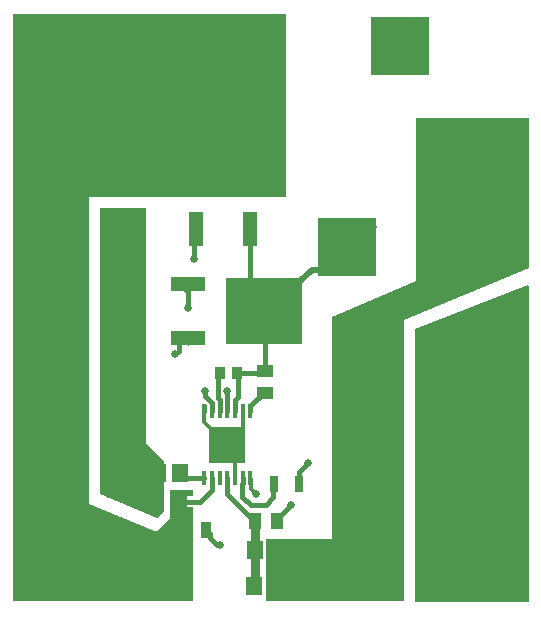
<source format=gtl>
G04*
G04 #@! TF.GenerationSoftware,Altium Limited,Altium Designer,20.1.14 (287)*
G04*
G04 Layer_Physical_Order=1*
G04 Layer_Color=255*
%FSLAX25Y25*%
%MOIN*%
G70*
G04*
G04 #@! TF.SameCoordinates,EDB217C5-CD14-42A3-A981-AABFE87B0B62*
G04*
G04*
G04 #@! TF.FilePolarity,Positive*
G04*
G01*
G75*
%ADD12C,0.01000*%
%ADD14R,0.19685X0.19685*%
%ADD15R,0.21850X0.25591*%
%ADD16R,0.04921X0.11221*%
%ADD17R,0.05512X0.05906*%
%ADD18R,0.05315X0.06102*%
%ADD19R,0.03740X0.04134*%
%ADD20R,0.05709X0.04134*%
%ADD21R,0.13976X0.05709*%
%ADD22R,0.11221X0.04921*%
%ADD23R,0.25591X0.21850*%
%ADD24R,0.02977X0.05733*%
%ADD25R,0.04134X0.05709*%
%ADD26R,0.03740X0.05315*%
G04:AMPARAMS|DCode=27|XSize=118.11mil|YSize=122.05mil|CornerRadius=1.77mil|HoleSize=0mil|Usage=FLASHONLY|Rotation=90.000|XOffset=0mil|YOffset=0mil|HoleType=Round|Shape=RoundedRectangle|*
%AMROUNDEDRECTD27*
21,1,0.11811,0.11850,0,0,90.0*
21,1,0.11457,0.12205,0,0,90.0*
1,1,0.00354,0.05925,0.05728*
1,1,0.00354,0.05925,-0.05728*
1,1,0.00354,-0.05925,-0.05728*
1,1,0.00354,-0.05925,0.05728*
%
%ADD27ROUNDEDRECTD27*%
%ADD28R,0.02953X0.10236*%
%ADD29R,0.10236X0.02953*%
G04:AMPARAMS|DCode=30|XSize=15.75mil|YSize=47.24mil|CornerRadius=1.97mil|HoleSize=0mil|Usage=FLASHONLY|Rotation=180.000|XOffset=0mil|YOffset=0mil|HoleType=Round|Shape=RoundedRectangle|*
%AMROUNDEDRECTD30*
21,1,0.01575,0.04331,0,0,180.0*
21,1,0.01181,0.04724,0,0,180.0*
1,1,0.00394,-0.00591,0.02165*
1,1,0.00394,0.00591,0.02165*
1,1,0.00394,0.00591,-0.02165*
1,1,0.00394,-0.00591,-0.02165*
%
%ADD30ROUNDEDRECTD30*%
%ADD51C,0.01500*%
%ADD52C,0.03000*%
%ADD53C,0.01200*%
%ADD54C,0.02000*%
%ADD55C,0.01600*%
%ADD56C,0.11000*%
%ADD57C,0.02500*%
%ADD58C,0.03000*%
%ADD59C,0.01575*%
G36*
X270000Y307500D02*
X204500Y307500D01*
X204500Y205419D01*
X227000Y196000D01*
X231500Y200500D01*
Y210000D01*
X239000D01*
Y207835D01*
X234437D01*
X233735Y207696D01*
X233139Y207298D01*
X232741Y206702D01*
X232602Y206000D01*
X232741Y205298D01*
X233139Y204702D01*
X233735Y204304D01*
X234437Y204165D01*
X239000D01*
X239000Y173000D01*
X179039Y173000D01*
X179039Y368461D01*
X270000D01*
X270000Y307500D01*
D02*
G37*
G36*
X223500Y225500D02*
X229500Y219500D01*
X229500Y203000D01*
X227205Y200705D01*
X208000Y208755D01*
X208000Y304000D01*
X223500Y304000D01*
X223500Y225500D01*
D02*
G37*
G36*
X351000Y334000D02*
Y284012D01*
X309250Y266512D01*
X309250Y173000D01*
X263500Y173000D01*
X263500Y193500D01*
X285250Y193500D01*
X285250Y267447D01*
X313500Y279447D01*
X313500Y334000D01*
X351000Y334000D01*
D02*
G37*
G36*
X351000Y278056D02*
X351000Y172500D01*
X313000Y172500D01*
X313000Y263500D01*
X350587Y278337D01*
X351000Y278056D01*
D02*
G37*
D12*
X259858Y199142D02*
Y199500D01*
X259500Y178000D02*
X259858Y178358D01*
X268709Y201854D02*
X268709D01*
X271642Y204787D02*
Y205000D01*
X267142Y199500D02*
Y200287D01*
X258500Y179000D02*
X259500Y178000D01*
X239500Y296500D02*
X240000Y297000D01*
X262500Y249000D02*
X263000Y249500D01*
X237303Y258524D02*
Y259909D01*
X258177Y213779D02*
X258339Y213618D01*
X253709Y250500D02*
X254209Y250000D01*
X250303Y225000D02*
X250500D01*
X253059Y222441D01*
X253453Y227953D02*
X255618Y230118D01*
X250500Y225000D02*
X253453Y227953D01*
X233953Y215142D02*
Y215500D01*
D14*
X290283Y291035D02*
D03*
X325716D02*
D03*
X308000Y357965D02*
D03*
D15*
X248976Y322197D02*
D03*
D16*
X240000Y297000D02*
D03*
X257953D02*
D03*
D17*
X234740Y215500D02*
D03*
X227260D02*
D03*
D18*
X259500Y178000D02*
D03*
X267374D02*
D03*
X267339Y190000D02*
D03*
X259661D02*
D03*
X234437Y206000D02*
D03*
X226563D02*
D03*
D19*
X253709Y249000D02*
D03*
X248000D02*
D03*
D20*
X263000Y249500D02*
D03*
Y242216D02*
D03*
D21*
X325740Y194000D02*
D03*
X293260D02*
D03*
D22*
X237500Y260547D02*
D03*
Y278500D02*
D03*
D23*
X262697Y269524D02*
D03*
D24*
X266000Y212000D02*
D03*
X274465D02*
D03*
D25*
X259858Y199500D02*
D03*
X267142D02*
D03*
D26*
X243500Y196500D02*
D03*
X237398D02*
D03*
D27*
X250500Y225000D02*
D03*
D28*
X197996Y233000D02*
D03*
X210004D02*
D03*
X197996Y219500D02*
D03*
X210004D02*
D03*
D29*
X215500Y196496D02*
D03*
Y208504D02*
D03*
D30*
X255618Y236221D02*
D03*
X258177D02*
D03*
X253059D02*
D03*
X250500D02*
D03*
X247941D02*
D03*
X258177Y213779D02*
D03*
X255618D02*
D03*
X253059D02*
D03*
X250500D02*
D03*
X247941D02*
D03*
X245382Y236221D02*
D03*
X242823D02*
D03*
X245382Y213779D02*
D03*
X242823D02*
D03*
D51*
X259858Y199142D02*
X260000Y199000D01*
X250500Y208500D02*
X259858Y199142D01*
X268709Y201854D02*
X271642Y204787D01*
X267142Y200287D02*
X268709Y201854D01*
X265750Y211750D02*
X266000Y212000D01*
X265750Y207477D02*
Y211750D01*
X263250Y204977D02*
X265750Y207477D01*
X258250Y204977D02*
X263250D01*
X255618Y212205D02*
Y213779D01*
X255500Y207727D02*
X258250Y204977D01*
X255500Y207727D02*
Y212087D01*
X255618Y212205D01*
X250500Y208500D02*
Y213779D01*
X247000Y191500D02*
X248000D01*
X244620Y193880D02*
X247000Y191500D01*
X244620Y193880D02*
Y195380D01*
X243500Y196500D02*
X244620Y195380D01*
X250500Y236221D02*
Y243000D01*
X243000Y241411D02*
Y243000D01*
Y241411D02*
X245344Y239067D01*
Y236258D02*
Y239067D01*
X247250Y240654D02*
X247941Y239963D01*
X247250Y240654D02*
Y248000D01*
X247941Y236221D02*
Y239963D01*
X245344Y236258D02*
X245382Y236221D01*
X239500Y287000D02*
Y296500D01*
X263000Y249500D02*
Y269827D01*
X258000Y274220D02*
Y297000D01*
X253709Y249000D02*
X262500D01*
X258177Y237795D02*
X263441Y243059D01*
X233212Y255212D02*
X234424Y256424D01*
X274465Y215965D02*
X277500Y219000D01*
X274465Y212000D02*
Y215965D01*
X234424Y256424D02*
Y258887D01*
X237500Y270500D02*
Y275818D01*
X236842Y276476D02*
X237500Y275818D01*
X242823Y236221D02*
Y237795D01*
X242785Y237833D02*
X242823Y237795D01*
X253059Y240059D02*
X254000Y241000D01*
X253059Y236221D02*
Y240059D01*
X254000Y241000D02*
Y248000D01*
X258177Y236221D02*
Y237795D01*
X234089Y213779D02*
X242823D01*
X245344Y213742D02*
X245382Y213779D01*
D52*
X259858Y178358D02*
Y199142D01*
D53*
X258339Y210161D02*
Y213618D01*
Y210161D02*
X260000Y208500D01*
X259661Y190000D02*
Y190394D01*
X253059Y213779D02*
Y222441D01*
X242823Y232480D02*
X250303Y225000D01*
X242823Y232480D02*
Y236221D01*
X255618Y230118D02*
Y236221D01*
D54*
X281441Y283365D02*
X292980Y294904D01*
X263000Y269827D02*
X272622Y279449D01*
X262697Y269524D02*
X263000Y269827D01*
X292980Y294904D02*
Y297732D01*
X278612Y283365D02*
X281441D01*
X274697Y279449D02*
X278612Y283365D01*
X272622Y279449D02*
X274697D01*
X293248Y297465D02*
X299500D01*
D55*
X258000Y274220D02*
X262697Y269524D01*
X234424Y258887D02*
X236085Y260547D01*
X237500D01*
X234437Y206000D02*
X241500D01*
X245344Y209844D02*
Y213742D01*
X241500Y206000D02*
X245344Y209844D01*
D56*
X303500Y254000D02*
D03*
X320000D02*
D03*
X303500Y237500D02*
D03*
X320000D02*
D03*
X197750Y260750D02*
D03*
X214250D02*
D03*
X197750Y277250D02*
D03*
X214250D02*
D03*
D57*
X260000Y208500D02*
D03*
X248000Y191500D02*
D03*
X250500Y243000D02*
D03*
X243000D02*
D03*
X239500Y287000D02*
D03*
X233212Y255212D02*
D03*
X271642Y205000D02*
D03*
X277500Y219000D02*
D03*
X237500Y270500D02*
D03*
D58*
X340000Y257500D02*
D03*
Y250500D02*
D03*
Y186500D02*
D03*
Y193500D02*
D03*
X339963Y207966D02*
D03*
Y222466D02*
D03*
X340000Y236000D02*
D03*
Y265500D02*
D03*
X339855Y215024D02*
D03*
X340000Y243500D02*
D03*
X339949Y229500D02*
D03*
Y201000D02*
D03*
X217500Y217500D02*
D03*
X217496Y223205D02*
D03*
Y228824D02*
D03*
X217500Y234500D02*
D03*
Y240500D02*
D03*
D59*
X253453Y222047D02*
D03*
Y227953D02*
D03*
X247547Y222047D02*
D03*
Y227953D02*
D03*
M02*

</source>
